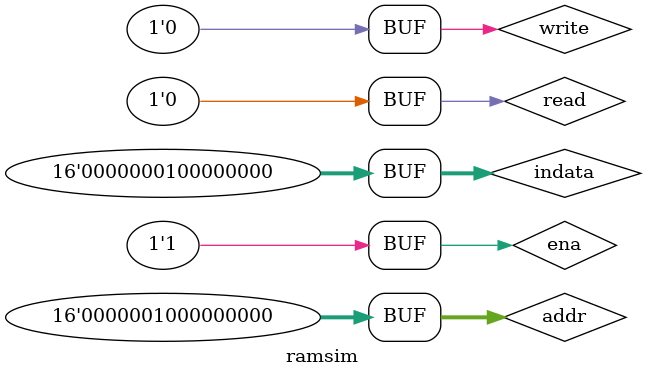
<source format=v>
`timescale 1ns / 1ps


module ramsim();
reg [15:0] addr;
reg [15:0] indata;
reg read, write, ena;
wire [15:0] outdata;
ram RAM(.addr(addr), .indata(indata), .ena(ena), .write(write), .read(read), .outdata(outdata));
initial begin
    ena=1;
    addr=16'd386;
    indata=16'd15;
    write=1;    #50;
    write=0;    #50;
    read=1;     #50;
    read=0;     #50;
    addr=16'd512;
    indata=16'd256;
    write=1;    #50;
    write=0;    #50;
    read=1;     #50;
    read=0;     #50;
end
endmodule

</source>
